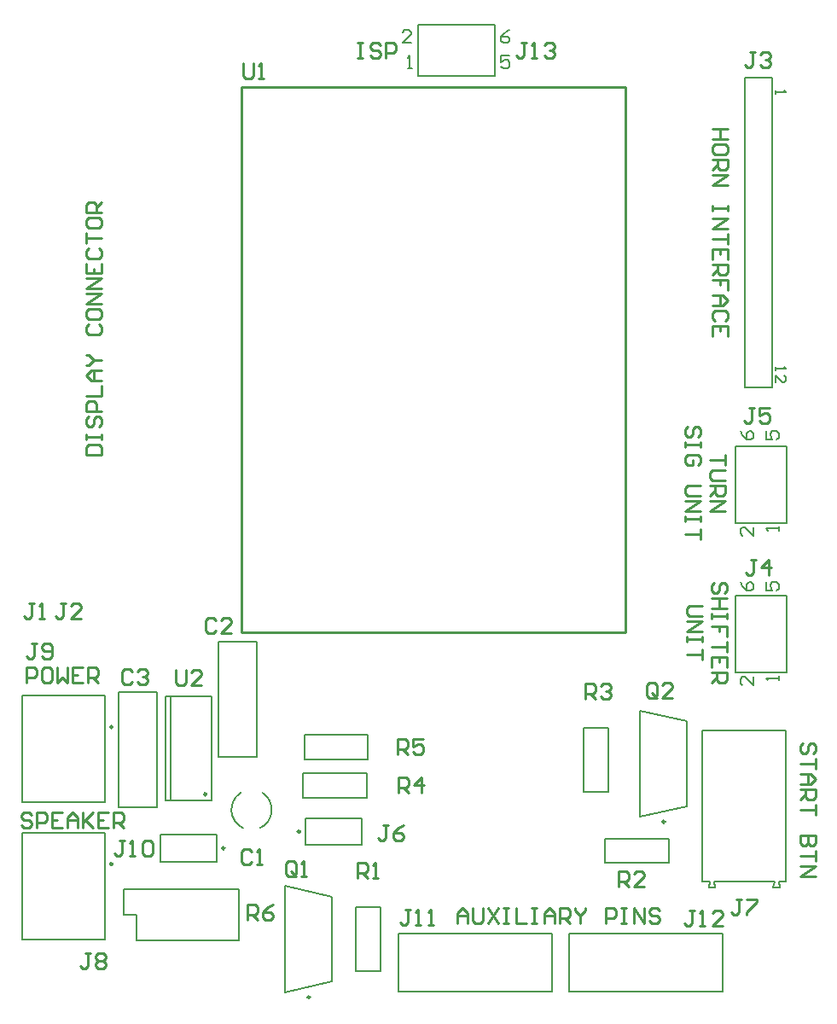
<source format=gto>
G04*
G04 #@! TF.GenerationSoftware,Altium Limited,Altium Designer,21.9.2 (33)*
G04*
G04 Layer_Color=65535*
%FSLAX25Y25*%
%MOIN*%
G70*
G04*
G04 #@! TF.SameCoordinates,93054606-FE03-420F-9484-365B998A07D4*
G04*
G04*
G04 #@! TF.FilePolarity,Positive*
G04*
G01*
G75*
%ADD10C,0.00984*%
%ADD11C,0.00787*%
%ADD12C,0.01000*%
%ADD13C,0.00800*%
%ADD14C,0.00600*%
D10*
X50193Y110843D02*
G03*
X50193Y110843I-492J0D01*
G01*
Y57342D02*
G03*
X50193Y57342I-492J0D01*
G01*
X123508Y70000D02*
G03*
X123508Y70000I-492J0D01*
G01*
X93976Y63500D02*
G03*
X93976Y63500I-492J0D01*
G01*
X86823Y84587D02*
G03*
X86823Y84587I-492J0D01*
G01*
X265992Y73823D02*
G03*
X265992Y73823I-492J0D01*
G01*
X127295Y5323D02*
G03*
X127295Y5323I-492J0D01*
G01*
D11*
X107774Y71339D02*
G03*
X108732Y85140I-3274J7161D01*
G01*
X100268D02*
G03*
X101226Y71339I4232J-6640D01*
G01*
X293500Y162000D02*
X313500D01*
X293500Y132000D02*
X313500D01*
X293500D02*
Y162000D01*
X313500Y132000D02*
Y162000D01*
Y142833D02*
Y162000D01*
X91500Y99000D02*
Y144000D01*
Y99000D02*
X106500D01*
Y144000D01*
X91500D02*
X106500D01*
X14858Y81315D02*
Y123047D01*
Y81315D02*
X47142D01*
Y123047D01*
X14858D02*
X47142D01*
X67500Y79500D02*
Y124500D01*
X52500D02*
X67500D01*
X52500Y79500D02*
Y124500D01*
Y79500D02*
X67500D01*
X228500Y7500D02*
X288500D01*
X228500D02*
Y30020D01*
X288500Y7500D02*
Y30020D01*
X228500D02*
X288500D01*
X125098Y98276D02*
Y107724D01*
X149902D01*
X125098Y98276D02*
X149902D01*
Y107724D01*
X149402Y83276D02*
Y92724D01*
X124598Y83276D02*
X149402D01*
X124598Y92724D02*
X149402D01*
X124598Y83276D02*
Y92724D01*
X14858Y27815D02*
Y69547D01*
Y27815D02*
X47142D01*
Y69547D01*
X14858D02*
X47142D01*
X242598Y57776D02*
Y67224D01*
X267402D01*
X242598Y57776D02*
X267402D01*
Y67224D01*
X293500Y220500D02*
X313500D01*
X293500Y190500D02*
X313500D01*
X293500D02*
Y220500D01*
X313500Y190500D02*
Y220500D01*
Y201333D02*
Y220500D01*
X199500Y365000D02*
Y385000D01*
X169500Y365000D02*
Y385000D01*
X199500D01*
X169500Y365000D02*
X199500D01*
X180333D02*
X199500D01*
X162000Y7500D02*
X222000D01*
X162000D02*
Y30020D01*
X222000Y7500D02*
Y30020D01*
X162000D02*
X222000D01*
X125516Y75197D02*
X147484D01*
Y64803D02*
Y75197D01*
X125516Y64803D02*
X147484D01*
X125516D02*
Y75197D01*
X90984Y58303D02*
Y68697D01*
X69016D02*
X90984D01*
X69016Y58303D02*
Y68697D01*
Y58303D02*
X90984D01*
X59500Y27500D02*
X99500D01*
X59500D02*
Y37500D01*
X54500D02*
X59500D01*
X54500D02*
Y47500D01*
X99500D01*
Y27500D02*
Y47500D01*
X70780Y82028D02*
Y122973D01*
X88890D01*
Y82028D02*
Y122973D01*
X70780Y82028D02*
X88890D01*
X72748Y82028D02*
Y122973D01*
X274654Y79933D02*
Y113067D01*
X256347Y117209D02*
X274654Y113067D01*
X256347Y75988D02*
Y117012D01*
Y75791D02*
X274654Y79933D01*
X280661Y50472D02*
Y109528D01*
X313339Y50472D02*
Y109528D01*
X280661D02*
X313339D01*
X283122Y48110D02*
X285681D01*
X285189Y50472D02*
X285681Y48110D01*
X283122D02*
X283614Y50472D01*
X280661D02*
X283614D01*
X308319Y48110D02*
X310878D01*
X310386Y50472D02*
X310878Y48110D01*
X308319D02*
X308811Y50472D01*
X310386D02*
X313339D01*
X285189D02*
X308811D01*
X234276Y85598D02*
X243724D01*
X234276D02*
Y110402D01*
X243724Y85598D02*
Y110402D01*
X234276D02*
X243724D01*
X117650Y7291D02*
X135957Y11433D01*
X117650Y7488D02*
Y48512D01*
Y48709D02*
X135957Y44567D01*
Y11433D02*
Y44567D01*
X297205Y243409D02*
X307795D01*
Y364591D01*
X297205D02*
X307795D01*
X297205Y243409D02*
Y364591D01*
X145276Y15598D02*
X154724D01*
X145276D02*
Y40402D01*
X154724Y15598D02*
Y40402D01*
X145276D02*
X154724D01*
D12*
X100624Y360679D02*
X250418D01*
X100624D02*
X100699D01*
Y147865D02*
Y360679D01*
Y147865D02*
X250418D01*
Y360679D01*
X289596Y216996D02*
Y212998D01*
Y214997D01*
X283598D01*
X289596Y210998D02*
X284597D01*
X283598Y209999D01*
Y207999D01*
X284597Y207000D01*
X289596D01*
X283598Y205000D02*
X289596D01*
Y202001D01*
X288596Y201002D01*
X286597D01*
X285597Y202001D01*
Y205000D01*
Y203001D02*
X283598Y201002D01*
Y199002D02*
X289596D01*
X283598Y195003D01*
X289596D01*
X278998Y223994D02*
X279998Y224994D01*
Y226993D01*
X278998Y227993D01*
X277999D01*
X276999Y226993D01*
Y224994D01*
X275999Y223994D01*
X275000D01*
X274000Y224994D01*
Y226993D01*
X275000Y227993D01*
X279998Y221995D02*
Y219995D01*
Y220995D01*
X274000D01*
Y221995D01*
Y219995D01*
X278998Y212998D02*
X279998Y213997D01*
Y215997D01*
X278998Y216996D01*
X275000D01*
X274000Y215997D01*
Y213997D01*
X275000Y212998D01*
X276999D01*
Y214997D01*
X279998Y205000D02*
X275000D01*
X274000Y204001D01*
Y202001D01*
X275000Y201002D01*
X279998D01*
X274000Y199002D02*
X279998D01*
X274000Y195003D01*
X279998D01*
Y193004D02*
Y191005D01*
Y192005D01*
X274000D01*
Y193004D01*
Y191005D01*
X279998Y188006D02*
Y184007D01*
Y186006D01*
X274000D01*
X289096Y162995D02*
X290096Y163995D01*
Y165994D01*
X289096Y166994D01*
X288096D01*
X287097Y165994D01*
Y163995D01*
X286097Y162995D01*
X285097D01*
X284098Y163995D01*
Y165994D01*
X285097Y166994D01*
X290096Y160996D02*
X284098D01*
X287097D01*
Y156997D01*
X290096D01*
X284098D01*
X290096Y154998D02*
Y152998D01*
Y153998D01*
X284098D01*
Y154998D01*
Y152998D01*
X290096Y146001D02*
Y149999D01*
X287097D01*
Y148000D01*
Y149999D01*
X284098D01*
X290096Y144001D02*
Y140002D01*
Y142002D01*
X284098D01*
X290096Y134004D02*
Y138003D01*
X284098D01*
Y134004D01*
X287097Y138003D02*
Y136004D01*
X284098Y132005D02*
X290096D01*
Y129006D01*
X289096Y128006D01*
X287097D01*
X286097Y129006D01*
Y132005D01*
Y130006D02*
X284098Y128006D01*
X280498Y157997D02*
X275500D01*
X274500Y156997D01*
Y154998D01*
X275500Y153998D01*
X280498D01*
X274500Y151998D02*
X280498D01*
X274500Y148000D01*
X280498D01*
Y146001D02*
Y144001D01*
Y145001D01*
X274500D01*
Y146001D01*
Y144001D01*
X280498Y141002D02*
Y137003D01*
Y139003D01*
X274500D01*
X290498Y344487D02*
X284500D01*
X287499D01*
Y340488D01*
X290498D01*
X284500D01*
X290498Y335490D02*
Y337489D01*
X289498Y338489D01*
X285500D01*
X284500Y337489D01*
Y335490D01*
X285500Y334490D01*
X289498D01*
X290498Y335490D01*
X284500Y332491D02*
X290498D01*
Y329492D01*
X289498Y328492D01*
X287499D01*
X286499Y329492D01*
Y332491D01*
Y330491D02*
X284500Y328492D01*
Y326493D02*
X290498D01*
X284500Y322494D01*
X290498D01*
Y314497D02*
Y312497D01*
Y313497D01*
X284500D01*
Y314497D01*
Y312497D01*
Y309498D02*
X290498D01*
X284500Y305500D01*
X290498D01*
Y303500D02*
Y299501D01*
Y301501D01*
X284500D01*
X290498Y293503D02*
Y297502D01*
X284500D01*
Y293503D01*
X287499Y297502D02*
Y295503D01*
X284500Y291504D02*
X290498D01*
Y288505D01*
X289498Y287505D01*
X287499D01*
X286499Y288505D01*
Y291504D01*
Y289505D02*
X284500Y287505D01*
X290498Y281507D02*
Y285506D01*
X287499D01*
Y283507D01*
Y285506D01*
X284500D01*
Y279508D02*
X288499D01*
X290498Y277509D01*
X288499Y275509D01*
X284500D01*
X287499D01*
Y279508D01*
X289498Y269511D02*
X290498Y270511D01*
Y272510D01*
X289498Y273510D01*
X285500D01*
X284500Y272510D01*
Y270511D01*
X285500Y269511D01*
X290498Y263513D02*
Y267512D01*
X284500D01*
Y263513D01*
X287499Y267512D02*
Y265512D01*
X301500Y175999D02*
X299501D01*
X300501D01*
Y171001D01*
X299501Y170001D01*
X298501D01*
X297502Y171001D01*
X306499Y170001D02*
Y175999D01*
X303500Y173000D01*
X307498D01*
X90500Y152499D02*
X89501Y153499D01*
X87501D01*
X86502Y152499D01*
Y148501D01*
X87501Y147501D01*
X89501D01*
X90500Y148501D01*
X96498Y147501D02*
X92500D01*
X96498Y151500D01*
Y152499D01*
X95499Y153499D01*
X93499D01*
X92500Y152499D01*
X18499Y76498D02*
X17499Y77498D01*
X15500D01*
X14500Y76498D01*
Y75499D01*
X15500Y74499D01*
X17499D01*
X18499Y73499D01*
Y72500D01*
X17499Y71500D01*
X15500D01*
X14500Y72500D01*
X20498Y71500D02*
Y77498D01*
X23497D01*
X24497Y76498D01*
Y74499D01*
X23497Y73499D01*
X20498D01*
X30495Y77498D02*
X26496D01*
Y71500D01*
X30495D01*
X26496Y74499D02*
X28495D01*
X32494Y71500D02*
Y75499D01*
X34493Y77498D01*
X36493Y75499D01*
Y71500D01*
Y74499D01*
X32494D01*
X38492Y77498D02*
Y71500D01*
Y73499D01*
X42491Y77498D01*
X39492Y74499D01*
X42491Y71500D01*
X48489Y77498D02*
X44490D01*
Y71500D01*
X48489D01*
X44490Y74499D02*
X46490D01*
X50488Y71500D02*
Y77498D01*
X53487D01*
X54487Y76498D01*
Y74499D01*
X53487Y73499D01*
X50488D01*
X52488D02*
X54487Y71500D01*
X20500Y143499D02*
X18501D01*
X19501D01*
Y138501D01*
X18501Y137501D01*
X17501D01*
X16502Y138501D01*
X22500D02*
X23499Y137501D01*
X25499D01*
X26498Y138501D01*
Y142499D01*
X25499Y143499D01*
X23499D01*
X22500Y142499D01*
Y141500D01*
X23499Y140500D01*
X26498D01*
X58000Y132499D02*
X57001Y133499D01*
X55001D01*
X54002Y132499D01*
Y128501D01*
X55001Y127501D01*
X57001D01*
X58000Y128501D01*
X60000Y132499D02*
X60999Y133499D01*
X62999D01*
X63998Y132499D01*
Y131500D01*
X62999Y130500D01*
X61999D01*
X62999D01*
X63998Y129500D01*
Y128501D01*
X62999Y127501D01*
X60999D01*
X60000Y128501D01*
X323998Y100501D02*
X324998Y101501D01*
Y103500D01*
X323998Y104500D01*
X322999D01*
X321999Y103500D01*
Y101501D01*
X320999Y100501D01*
X320000D01*
X319000Y101501D01*
Y103500D01*
X320000Y104500D01*
X324998Y98502D02*
Y94503D01*
Y96503D01*
X319000D01*
Y92504D02*
X322999D01*
X324998Y90504D01*
X322999Y88505D01*
X319000D01*
X321999D01*
Y92504D01*
X319000Y86506D02*
X324998D01*
Y83507D01*
X323998Y82507D01*
X321999D01*
X320999Y83507D01*
Y86506D01*
Y84506D02*
X319000Y82507D01*
X324998Y80508D02*
Y76509D01*
Y78508D01*
X319000D01*
X324998Y68512D02*
X319000D01*
Y65513D01*
X320000Y64513D01*
X320999D01*
X321999Y65513D01*
Y68512D01*
Y65513D01*
X322999Y64513D01*
X323998D01*
X324998Y65513D01*
Y68512D01*
Y62514D02*
Y58515D01*
Y60514D01*
X319000D01*
Y56516D02*
X324998D01*
X319000Y52517D01*
X324998D01*
X277501Y38999D02*
X275502D01*
X276501D01*
Y34001D01*
X275502Y33001D01*
X274502D01*
X273502Y34001D01*
X279501Y33001D02*
X281500D01*
X280500D01*
Y38999D01*
X279501Y37999D01*
X288498Y33001D02*
X284499D01*
X288498Y37000D01*
Y37999D01*
X287498Y38999D01*
X285498D01*
X284499Y37999D01*
X185000Y34000D02*
Y37999D01*
X186999Y39998D01*
X188999Y37999D01*
Y34000D01*
Y36999D01*
X185000D01*
X190998Y39998D02*
Y35000D01*
X191998Y34000D01*
X193997D01*
X194997Y35000D01*
Y39998D01*
X196996D02*
X200995Y34000D01*
Y39998D02*
X196996Y34000D01*
X202994Y39998D02*
X204994D01*
X203994D01*
Y34000D01*
X202994D01*
X204994D01*
X207993Y39998D02*
Y34000D01*
X211991D01*
X213991Y39998D02*
X215990D01*
X214990D01*
Y34000D01*
X213991D01*
X215990D01*
X218989D02*
Y37999D01*
X220988Y39998D01*
X222988Y37999D01*
Y34000D01*
Y36999D01*
X218989D01*
X224987Y34000D02*
Y39998D01*
X227986D01*
X228986Y38998D01*
Y36999D01*
X227986Y35999D01*
X224987D01*
X226986D02*
X228986Y34000D01*
X230985Y39998D02*
Y38998D01*
X232984Y36999D01*
X234984Y38998D01*
Y39998D01*
X232984Y36999D02*
Y34000D01*
X242981D02*
Y39998D01*
X245980D01*
X246980Y38998D01*
Y36999D01*
X245980Y35999D01*
X242981D01*
X248979Y39998D02*
X250979D01*
X249979D01*
Y34000D01*
X248979D01*
X250979D01*
X253978D02*
Y39998D01*
X257976Y34000D01*
Y39998D01*
X263974Y38998D02*
X262975Y39998D01*
X260975D01*
X259976Y38998D01*
Y37999D01*
X260975Y36999D01*
X262975D01*
X263974Y35999D01*
Y35000D01*
X262975Y34000D01*
X260975D01*
X259976Y35000D01*
X16500Y128000D02*
Y133998D01*
X19499D01*
X20499Y132998D01*
Y130999D01*
X19499Y129999D01*
X16500D01*
X25497Y133998D02*
X23498D01*
X22498Y132998D01*
Y129000D01*
X23498Y128000D01*
X25497D01*
X26497Y129000D01*
Y132998D01*
X25497Y133998D01*
X28496D02*
Y128000D01*
X30496Y129999D01*
X32495Y128000D01*
Y133998D01*
X38493D02*
X34494D01*
Y128000D01*
X38493D01*
X34494Y130999D02*
X36494D01*
X40492Y128000D02*
Y133998D01*
X43491D01*
X44491Y132998D01*
Y130999D01*
X43491Y129999D01*
X40492D01*
X42492D02*
X44491Y128000D01*
X146000Y377998D02*
X147999D01*
X147000D01*
Y372000D01*
X146000D01*
X147999D01*
X154997Y376998D02*
X153997Y377998D01*
X151998D01*
X150998Y376998D01*
Y375999D01*
X151998Y374999D01*
X153997D01*
X154997Y373999D01*
Y373000D01*
X153997Y372000D01*
X151998D01*
X150998Y373000D01*
X156996Y372000D02*
Y377998D01*
X159995D01*
X160995Y376998D01*
Y374999D01*
X159995Y373999D01*
X156996D01*
X40002Y217000D02*
X46000D01*
Y219999D01*
X45000Y220999D01*
X41002D01*
X40002Y219999D01*
Y217000D01*
Y222998D02*
Y224997D01*
Y223998D01*
X46000D01*
Y222998D01*
Y224997D01*
X41002Y231995D02*
X40002Y230995D01*
Y228996D01*
X41002Y227996D01*
X42001D01*
X43001Y228996D01*
Y230995D01*
X44001Y231995D01*
X45000D01*
X46000Y230995D01*
Y228996D01*
X45000Y227996D01*
X46000Y233995D02*
X40002D01*
Y236994D01*
X41002Y237993D01*
X43001D01*
X44001Y236994D01*
Y233995D01*
X40002Y239993D02*
X46000D01*
Y243991D01*
Y245991D02*
X42001D01*
X40002Y247990D01*
X42001Y249989D01*
X46000D01*
X43001D01*
Y245991D01*
X40002Y251989D02*
X41002D01*
X43001Y253988D01*
X41002Y255987D01*
X40002D01*
X43001Y253988D02*
X46000D01*
X41002Y267984D02*
X40002Y266984D01*
Y264984D01*
X41002Y263985D01*
X45000D01*
X46000Y264984D01*
Y266984D01*
X45000Y267984D01*
X40002Y272982D02*
Y270983D01*
X41002Y269983D01*
X45000D01*
X46000Y270983D01*
Y272982D01*
X45000Y273982D01*
X41002D01*
X40002Y272982D01*
X46000Y275981D02*
X40002D01*
X46000Y279980D01*
X40002D01*
X46000Y281979D02*
X40002D01*
X46000Y285978D01*
X40002D01*
Y291976D02*
Y287977D01*
X46000D01*
Y291976D01*
X43001Y287977D02*
Y289976D01*
X41002Y297974D02*
X40002Y296974D01*
Y294975D01*
X41002Y293975D01*
X45000D01*
X46000Y294975D01*
Y296974D01*
X45000Y297974D01*
X40002Y299973D02*
Y303972D01*
Y301973D01*
X46000D01*
X40002Y308970D02*
Y306971D01*
X41002Y305971D01*
X45000D01*
X46000Y306971D01*
Y308970D01*
X45000Y309970D01*
X41002D01*
X40002Y308970D01*
X46000Y311969D02*
X40002D01*
Y314968D01*
X41002Y315968D01*
X43001D01*
X44001Y314968D01*
Y311969D01*
Y313969D02*
X46000Y315968D01*
X161502Y100001D02*
Y105999D01*
X164501D01*
X165500Y104999D01*
Y103000D01*
X164501Y102000D01*
X161502D01*
X163501D02*
X165500Y100001D01*
X171498Y105999D02*
X167500D01*
Y103000D01*
X169499Y104000D01*
X170499D01*
X171498Y103000D01*
Y101001D01*
X170499Y100001D01*
X168499D01*
X167500Y101001D01*
X162002Y85001D02*
Y90999D01*
X165001D01*
X166000Y89999D01*
Y88000D01*
X165001Y87000D01*
X162002D01*
X164001D02*
X166000Y85001D01*
X170999D02*
Y90999D01*
X168000Y88000D01*
X171998D01*
X104500Y61999D02*
X103500Y62999D01*
X101501D01*
X100501Y61999D01*
Y58001D01*
X101501Y57001D01*
X103500D01*
X104500Y58001D01*
X106499Y57001D02*
X108499D01*
X107499D01*
Y62999D01*
X106499Y61999D01*
X41500Y22499D02*
X39501D01*
X40501D01*
Y17501D01*
X39501Y16501D01*
X38501D01*
X37502Y17501D01*
X43500Y21499D02*
X44499Y22499D01*
X46499D01*
X47498Y21499D01*
Y20500D01*
X46499Y19500D01*
X47498Y18500D01*
Y17501D01*
X46499Y16501D01*
X44499D01*
X43500Y17501D01*
Y18500D01*
X44499Y19500D01*
X43500Y20500D01*
Y21499D01*
X44499Y19500D02*
X46499D01*
X248002Y48501D02*
Y54499D01*
X251001D01*
X252000Y53499D01*
Y51500D01*
X251001Y50500D01*
X248002D01*
X250001D02*
X252000Y48501D01*
X257998D02*
X254000D01*
X257998Y52500D01*
Y53499D01*
X256999Y54499D01*
X254999D01*
X254000Y53499D01*
X301000Y235499D02*
X299001D01*
X300001D01*
Y230501D01*
X299001Y229501D01*
X298001D01*
X297002Y230501D01*
X306998Y235499D02*
X303000D01*
Y232500D01*
X304999Y233500D01*
X305999D01*
X306998Y232500D01*
Y230501D01*
X305999Y229501D01*
X303999D01*
X303000Y230501D01*
X32000Y158999D02*
X30001D01*
X31001D01*
Y154001D01*
X30001Y153001D01*
X29001D01*
X28002Y154001D01*
X37998Y153001D02*
X34000D01*
X37998Y157000D01*
Y157999D01*
X36999Y158999D01*
X34999D01*
X34000Y157999D01*
X19500Y158999D02*
X17501D01*
X18500D01*
Y154001D01*
X17501Y153001D01*
X16501D01*
X15501Y154001D01*
X21499Y153001D02*
X23499D01*
X22499D01*
Y158999D01*
X21499Y157999D01*
X212001Y377999D02*
X210002D01*
X211001D01*
Y373001D01*
X210002Y372001D01*
X209002D01*
X208002Y373001D01*
X214001Y372001D02*
X216000D01*
X215000D01*
Y377999D01*
X214001Y376999D01*
X218999D02*
X219999Y377999D01*
X221998D01*
X222998Y376999D01*
Y376000D01*
X221998Y375000D01*
X220998D01*
X221998D01*
X222998Y374000D01*
Y373001D01*
X221998Y372001D01*
X219999D01*
X218999Y373001D01*
X101100Y370298D02*
Y365300D01*
X102100Y364300D01*
X104099D01*
X105099Y365300D01*
Y370298D01*
X107098Y364300D02*
X109097D01*
X108098D01*
Y370298D01*
X107098Y369298D01*
X166499Y39498D02*
X164499D01*
X165499D01*
Y34500D01*
X164499Y33500D01*
X163500D01*
X162500Y34500D01*
X168498Y33500D02*
X170497D01*
X169498D01*
Y39498D01*
X168498Y38498D01*
X173496Y33500D02*
X175496D01*
X174496D01*
Y39498D01*
X173496Y38498D01*
X158000Y72499D02*
X156001D01*
X157001D01*
Y67501D01*
X156001Y66501D01*
X155001D01*
X154002Y67501D01*
X163998Y72499D02*
X161999Y71499D01*
X160000Y69500D01*
Y67501D01*
X160999Y66501D01*
X162999D01*
X163998Y67501D01*
Y68500D01*
X162999Y69500D01*
X160000D01*
X55001Y66499D02*
X53002D01*
X54001D01*
Y61501D01*
X53002Y60501D01*
X52002D01*
X51002Y61501D01*
X57000Y60501D02*
X59000D01*
X58000D01*
Y66499D01*
X57000Y65499D01*
X61999D02*
X62999Y66499D01*
X64998D01*
X65998Y65499D01*
Y61501D01*
X64998Y60501D01*
X62999D01*
X61999Y61501D01*
Y65499D01*
X103002Y35501D02*
Y41499D01*
X106001D01*
X107000Y40499D01*
Y38500D01*
X106001Y37500D01*
X103002D01*
X105001D02*
X107000Y35501D01*
X112998Y41499D02*
X110999Y40499D01*
X109000Y38500D01*
Y36501D01*
X109999Y35501D01*
X111999D01*
X112998Y36501D01*
Y37500D01*
X111999Y38500D01*
X109000D01*
X75002Y132999D02*
Y128001D01*
X76001Y127001D01*
X78001D01*
X79000Y128001D01*
Y132999D01*
X84998Y127001D02*
X81000D01*
X84998Y131000D01*
Y131999D01*
X83999Y132999D01*
X81999D01*
X81000Y131999D01*
X263000Y123001D02*
Y126999D01*
X262001Y127999D01*
X260001D01*
X259002Y126999D01*
Y123001D01*
X260001Y122001D01*
X262001D01*
X261001Y124000D02*
X263000Y122001D01*
X262001D02*
X263000Y123001D01*
X268998Y122001D02*
X265000D01*
X268998Y126000D01*
Y126999D01*
X267999Y127999D01*
X265999D01*
X265000Y126999D01*
X296000Y43314D02*
X294001D01*
X295001D01*
Y38316D01*
X294001Y37316D01*
X293001D01*
X292002Y38316D01*
X298000Y43314D02*
X301998D01*
Y42314D01*
X298000Y38316D01*
Y37316D01*
X234800Y121900D02*
Y127898D01*
X237799D01*
X238799Y126898D01*
Y124899D01*
X237799Y123899D01*
X234800D01*
X236799D02*
X238799Y121900D01*
X240798Y126898D02*
X241798Y127898D01*
X243797D01*
X244797Y126898D01*
Y125899D01*
X243797Y124899D01*
X242797D01*
X243797D01*
X244797Y123899D01*
Y122900D01*
X243797Y121900D01*
X241798D01*
X240798Y122900D01*
X145800Y51900D02*
Y57898D01*
X148799D01*
X149799Y56898D01*
Y54899D01*
X148799Y53899D01*
X145800D01*
X147799D02*
X149799Y51900D01*
X151798D02*
X153797D01*
X152798D01*
Y57898D01*
X151798Y56898D01*
X121899Y53500D02*
Y57498D01*
X120899Y58498D01*
X118900D01*
X117900Y57498D01*
Y53500D01*
X118900Y52500D01*
X120899D01*
X119899Y54499D02*
X121899Y52500D01*
X120899D02*
X121899Y53500D01*
X123898Y52500D02*
X125897D01*
X124898D01*
Y58498D01*
X123898Y57498D01*
X301299Y374498D02*
X299299D01*
X300299D01*
Y369500D01*
X299299Y368500D01*
X298300D01*
X297300Y369500D01*
X303298Y373498D02*
X304298Y374498D01*
X306297D01*
X307297Y373498D01*
Y372499D01*
X306297Y371499D01*
X305297D01*
X306297D01*
X307297Y370499D01*
Y369500D01*
X306297Y368500D01*
X304298D01*
X303298Y369500D01*
D13*
X295502Y167332D02*
X296335Y165666D01*
X298001Y164000D01*
X299667D01*
X300500Y164833D01*
Y166499D01*
X299667Y167332D01*
X298834D01*
X298001Y166499D01*
Y164000D01*
X305502Y167332D02*
Y164000D01*
X308001D01*
X307168Y165666D01*
Y166499D01*
X308001Y167332D01*
X309667D01*
X310500Y166499D01*
Y164833D01*
X309667Y164000D01*
X300500Y130332D02*
Y127000D01*
X297168Y130332D01*
X296335D01*
X295502Y129499D01*
Y127833D01*
X296335Y127000D01*
X310500Y129000D02*
Y130666D01*
Y129833D01*
X305502D01*
X306335Y129000D01*
X295502Y226332D02*
X296335Y224666D01*
X298001Y223000D01*
X299667D01*
X300500Y223833D01*
Y225499D01*
X299667Y226332D01*
X298834D01*
X298001Y225499D01*
Y223000D01*
X305502Y226332D02*
Y223000D01*
X308001D01*
X307168Y224666D01*
Y225499D01*
X308001Y226332D01*
X309667D01*
X310500Y225499D01*
Y223833D01*
X309667Y223000D01*
X300500Y188832D02*
Y185500D01*
X297168Y188832D01*
X296335D01*
X295502Y187999D01*
Y186333D01*
X296335Y185500D01*
X310500Y187500D02*
Y189166D01*
Y188333D01*
X305502D01*
X306335Y187500D01*
X205332Y382998D02*
X203666Y382165D01*
X202000Y380499D01*
Y378833D01*
X202833Y378000D01*
X204499D01*
X205332Y378833D01*
Y379666D01*
X204499Y380499D01*
X202000D01*
X205332Y372998D02*
X202000D01*
Y370499D01*
X203666Y371332D01*
X204499D01*
X205332Y370499D01*
Y368833D01*
X204499Y368000D01*
X202833D01*
X202000Y368833D01*
X166832Y378000D02*
X163500D01*
X166832Y381332D01*
Y382165D01*
X165999Y382998D01*
X164333D01*
X163500Y382165D01*
X165500Y368000D02*
X167166D01*
X166333D01*
Y372998D01*
X165500Y372165D01*
D14*
X309193Y251480D02*
Y250147D01*
Y250814D01*
X313192D01*
X312525Y251480D01*
X309193Y245482D02*
Y248148D01*
X311859Y245482D01*
X312525D01*
X313192Y246149D01*
Y247482D01*
X312525Y248148D01*
X309193Y359472D02*
Y358139D01*
Y358806D01*
X313192D01*
X312525Y359472D01*
M02*

</source>
